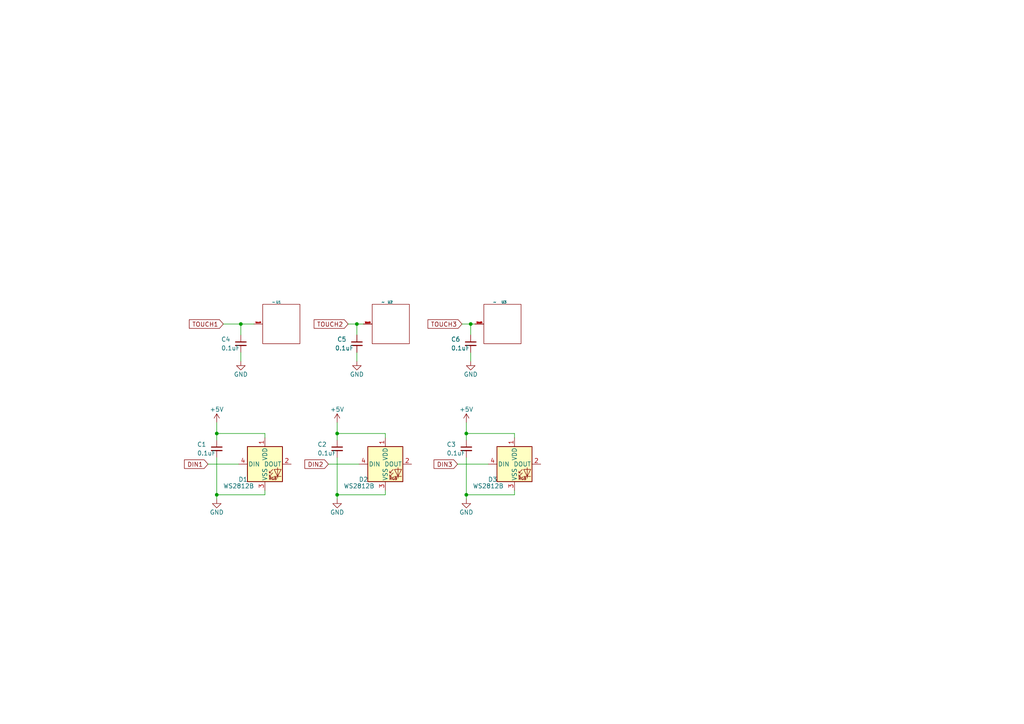
<source format=kicad_sch>
(kicad_sch (version 20230121) (generator eeschema)

  (uuid 557c8642-2428-429d-87bc-3a09f518cd85)

  (paper "A4")

  (lib_symbols
    (symbol "Device:C_Small" (pin_numbers hide) (pin_names (offset 0.254) hide) (in_bom yes) (on_board yes)
      (property "Reference" "C" (at 0.254 1.778 0)
        (effects (font (size 1.27 1.27)) (justify left))
      )
      (property "Value" "C_Small" (at 0.254 -2.032 0)
        (effects (font (size 1.27 1.27)) (justify left))
      )
      (property "Footprint" "" (at 0 0 0)
        (effects (font (size 1.27 1.27)) hide)
      )
      (property "Datasheet" "~" (at 0 0 0)
        (effects (font (size 1.27 1.27)) hide)
      )
      (property "ki_keywords" "capacitor cap" (at 0 0 0)
        (effects (font (size 1.27 1.27)) hide)
      )
      (property "ki_description" "Unpolarized capacitor, small symbol" (at 0 0 0)
        (effects (font (size 1.27 1.27)) hide)
      )
      (property "ki_fp_filters" "C_*" (at 0 0 0)
        (effects (font (size 1.27 1.27)) hide)
      )
      (symbol "C_Small_0_1"
        (polyline
          (pts
            (xy -1.524 -0.508)
            (xy 1.524 -0.508)
          )
          (stroke (width 0.3302) (type default))
          (fill (type none))
        )
        (polyline
          (pts
            (xy -1.524 0.508)
            (xy 1.524 0.508)
          )
          (stroke (width 0.3048) (type default))
          (fill (type none))
        )
      )
      (symbol "C_Small_1_1"
        (pin passive line (at 0 2.54 270) (length 2.032)
          (name "~" (effects (font (size 1.27 1.27))))
          (number "1" (effects (font (size 1.27 1.27))))
        )
        (pin passive line (at 0 -2.54 90) (length 2.032)
          (name "~" (effects (font (size 1.27 1.27))))
          (number "2" (effects (font (size 1.27 1.27))))
        )
      )
    )
    (symbol "LED:WS2812B" (pin_names (offset 0.254)) (in_bom yes) (on_board yes)
      (property "Reference" "D" (at 5.08 5.715 0)
        (effects (font (size 1.27 1.27)) (justify right bottom))
      )
      (property "Value" "WS2812B" (at 1.27 -5.715 0)
        (effects (font (size 1.27 1.27)) (justify left top))
      )
      (property "Footprint" "LED_SMD:LED_WS2812B_PLCC4_5.0x5.0mm_P3.2mm" (at 1.27 -7.62 0)
        (effects (font (size 1.27 1.27)) (justify left top) hide)
      )
      (property "Datasheet" "https://cdn-shop.adafruit.com/datasheets/WS2812B.pdf" (at 2.54 -9.525 0)
        (effects (font (size 1.27 1.27)) (justify left top) hide)
      )
      (property "ki_keywords" "RGB LED NeoPixel addressable" (at 0 0 0)
        (effects (font (size 1.27 1.27)) hide)
      )
      (property "ki_description" "RGB LED with integrated controller" (at 0 0 0)
        (effects (font (size 1.27 1.27)) hide)
      )
      (property "ki_fp_filters" "LED*WS2812*PLCC*5.0x5.0mm*P3.2mm*" (at 0 0 0)
        (effects (font (size 1.27 1.27)) hide)
      )
      (symbol "WS2812B_0_0"
        (text "RGB" (at 2.286 -4.191 0)
          (effects (font (size 0.762 0.762)))
        )
      )
      (symbol "WS2812B_0_1"
        (polyline
          (pts
            (xy 1.27 -3.556)
            (xy 1.778 -3.556)
          )
          (stroke (width 0) (type default))
          (fill (type none))
        )
        (polyline
          (pts
            (xy 1.27 -2.54)
            (xy 1.778 -2.54)
          )
          (stroke (width 0) (type default))
          (fill (type none))
        )
        (polyline
          (pts
            (xy 4.699 -3.556)
            (xy 2.667 -3.556)
          )
          (stroke (width 0) (type default))
          (fill (type none))
        )
        (polyline
          (pts
            (xy 2.286 -2.54)
            (xy 1.27 -3.556)
            (xy 1.27 -3.048)
          )
          (stroke (width 0) (type default))
          (fill (type none))
        )
        (polyline
          (pts
            (xy 2.286 -1.524)
            (xy 1.27 -2.54)
            (xy 1.27 -2.032)
          )
          (stroke (width 0) (type default))
          (fill (type none))
        )
        (polyline
          (pts
            (xy 3.683 -1.016)
            (xy 3.683 -3.556)
            (xy 3.683 -4.064)
          )
          (stroke (width 0) (type default))
          (fill (type none))
        )
        (polyline
          (pts
            (xy 4.699 -1.524)
            (xy 2.667 -1.524)
            (xy 3.683 -3.556)
            (xy 4.699 -1.524)
          )
          (stroke (width 0) (type default))
          (fill (type none))
        )
        (rectangle (start 5.08 5.08) (end -5.08 -5.08)
          (stroke (width 0.254) (type default))
          (fill (type background))
        )
      )
      (symbol "WS2812B_1_1"
        (pin power_in line (at 0 7.62 270) (length 2.54)
          (name "VDD" (effects (font (size 1.27 1.27))))
          (number "1" (effects (font (size 1.27 1.27))))
        )
        (pin output line (at 7.62 0 180) (length 2.54)
          (name "DOUT" (effects (font (size 1.27 1.27))))
          (number "2" (effects (font (size 1.27 1.27))))
        )
        (pin power_in line (at 0 -7.62 90) (length 2.54)
          (name "VSS" (effects (font (size 1.27 1.27))))
          (number "3" (effects (font (size 1.27 1.27))))
        )
        (pin input line (at -7.62 0 0) (length 2.54)
          (name "DIN" (effects (font (size 1.27 1.27))))
          (number "4" (effects (font (size 1.27 1.27))))
        )
      )
    )
    (symbol "power:+5V" (power) (pin_names (offset 0)) (in_bom yes) (on_board yes)
      (property "Reference" "#PWR" (at 0 -3.81 0)
        (effects (font (size 1.27 1.27)) hide)
      )
      (property "Value" "+5V" (at 0 3.556 0)
        (effects (font (size 1.27 1.27)))
      )
      (property "Footprint" "" (at 0 0 0)
        (effects (font (size 1.27 1.27)) hide)
      )
      (property "Datasheet" "" (at 0 0 0)
        (effects (font (size 1.27 1.27)) hide)
      )
      (property "ki_keywords" "power-flag" (at 0 0 0)
        (effects (font (size 1.27 1.27)) hide)
      )
      (property "ki_description" "Power symbol creates a global label with name \"+5V\"" (at 0 0 0)
        (effects (font (size 1.27 1.27)) hide)
      )
      (symbol "+5V_0_1"
        (polyline
          (pts
            (xy -0.762 1.27)
            (xy 0 2.54)
          )
          (stroke (width 0) (type default))
          (fill (type none))
        )
        (polyline
          (pts
            (xy 0 0)
            (xy 0 2.54)
          )
          (stroke (width 0) (type default))
          (fill (type none))
        )
        (polyline
          (pts
            (xy 0 2.54)
            (xy 0.762 1.27)
          )
          (stroke (width 0) (type default))
          (fill (type none))
        )
      )
      (symbol "+5V_1_1"
        (pin power_in line (at 0 0 90) (length 0) hide
          (name "+5V" (effects (font (size 1.27 1.27))))
          (number "1" (effects (font (size 1.27 1.27))))
        )
      )
    )
    (symbol "power:GND" (power) (pin_names (offset 0)) (in_bom yes) (on_board yes)
      (property "Reference" "#PWR" (at 0 -6.35 0)
        (effects (font (size 1.27 1.27)) hide)
      )
      (property "Value" "GND" (at 0 -3.81 0)
        (effects (font (size 1.27 1.27)))
      )
      (property "Footprint" "" (at 0 0 0)
        (effects (font (size 1.27 1.27)) hide)
      )
      (property "Datasheet" "" (at 0 0 0)
        (effects (font (size 1.27 1.27)) hide)
      )
      (property "ki_keywords" "power-flag" (at 0 0 0)
        (effects (font (size 1.27 1.27)) hide)
      )
      (property "ki_description" "Power symbol creates a global label with name \"GND\" , ground" (at 0 0 0)
        (effects (font (size 1.27 1.27)) hide)
      )
      (symbol "GND_0_1"
        (polyline
          (pts
            (xy 0 0)
            (xy 0 -1.27)
            (xy 1.27 -1.27)
            (xy 0 -2.54)
            (xy -1.27 -1.27)
            (xy 0 -1.27)
          )
          (stroke (width 0) (type default))
          (fill (type none))
        )
      )
      (symbol "GND_1_1"
        (pin power_in line (at 0 0 270) (length 0) hide
          (name "GND" (effects (font (size 1.27 1.27))))
          (number "1" (effects (font (size 1.27 1.27))))
        )
      )
    )
    (symbol "touch:touch" (in_bom yes) (on_board yes)
      (property "Reference" "U1" (at 1.905 0.635 0)
        (effects (font (size 0.7 0.7)) (justify left))
      )
      (property "Value" "~" (at 1.27 0.635 0)
        (effects (font (size 1.27 1.27)))
      )
      (property "Footprint" "" (at 0 0 0)
        (effects (font (size 1.27 1.27)) hide)
      )
      (property "Datasheet" "" (at 0 0 0)
        (effects (font (size 1.27 1.27)) hide)
      )
      (symbol "touch_0_1"
        (rectangle (start -1.905 0) (end 8.89 -11.43)
          (stroke (width 0) (type default))
          (fill (type none))
        )
      )
      (symbol "touch_1_1"
        (pin input line (at -4.445 -5.715 0) (length 2.54)
          (name "" (effects (font (size 0.4 0.4))))
          (number "touch" (effects (font (size 0.4 0.4))))
        )
      )
    )
  )

  (junction (at 103.505 93.98) (diameter 0) (color 0 0 0 0)
    (uuid 102c286f-3975-42f4-99bf-6356fd03bc99)
  )
  (junction (at 135.255 143.51) (diameter 0) (color 0 0 0 0)
    (uuid 20949e35-f8cc-4438-b8db-50d0f59a8b3f)
  )
  (junction (at 97.79 143.51) (diameter 0) (color 0 0 0 0)
    (uuid 4083b8fa-045a-496e-a4c3-ab52f528f0fb)
  )
  (junction (at 136.525 93.98) (diameter 0) (color 0 0 0 0)
    (uuid 4946db04-bc15-4743-980d-cc25da5cdf30)
  )
  (junction (at 135.255 125.73) (diameter 0) (color 0 0 0 0)
    (uuid 73ff301b-2f3a-497c-8bd9-32e107440e10)
  )
  (junction (at 97.79 125.73) (diameter 0) (color 0 0 0 0)
    (uuid ae97dd8e-b09a-4d78-9792-6e74c58621c6)
  )
  (junction (at 62.865 143.51) (diameter 0) (color 0 0 0 0)
    (uuid c7b58d26-7f85-453e-bd0a-834dd339dc4d)
  )
  (junction (at 62.865 125.73) (diameter 0) (color 0 0 0 0)
    (uuid d67ab6fd-6d46-4308-9c75-d7939b4239da)
  )
  (junction (at 69.85 93.98) (diameter 0) (color 0 0 0 0)
    (uuid d965352e-983a-4e12-bede-b850daa6d165)
  )

  (wire (pts (xy 135.255 143.51) (xy 149.225 143.51))
    (stroke (width 0) (type default))
    (uuid 0274c10a-e663-4cfa-acb4-a81002dc4a4c)
  )
  (wire (pts (xy 103.505 93.98) (xy 105.41 93.98))
    (stroke (width 0) (type default))
    (uuid 1bf84b20-cc02-4743-8c73-931aa13e12c8)
  )
  (wire (pts (xy 149.225 143.51) (xy 149.225 142.24))
    (stroke (width 0) (type default))
    (uuid 1e90325e-1eef-4230-87c9-1df2f9dd25dd)
  )
  (wire (pts (xy 97.79 125.73) (xy 111.76 125.73))
    (stroke (width 0) (type default))
    (uuid 29086617-34b6-4511-9276-cffd5523a969)
  )
  (wire (pts (xy 69.85 102.235) (xy 69.85 104.775))
    (stroke (width 0) (type default))
    (uuid 31c9f1ac-3308-4379-b4c1-fa4a2c999d8a)
  )
  (wire (pts (xy 97.79 122.555) (xy 97.79 125.73))
    (stroke (width 0) (type default))
    (uuid 39d03bb1-3f43-4f68-b443-525fa5ab35dc)
  )
  (wire (pts (xy 62.865 132.715) (xy 62.865 143.51))
    (stroke (width 0) (type default))
    (uuid 484a42d4-bad1-4140-a528-76ae0b22ef3a)
  )
  (wire (pts (xy 62.865 125.73) (xy 76.835 125.73))
    (stroke (width 0) (type default))
    (uuid 4e2726d9-98c8-4087-8f19-fb0dd19a2178)
  )
  (wire (pts (xy 136.525 102.235) (xy 136.525 104.775))
    (stroke (width 0) (type default))
    (uuid 4f1abf1c-2a47-403f-9388-b7b4da3de8a7)
  )
  (wire (pts (xy 111.76 125.73) (xy 111.76 127))
    (stroke (width 0) (type default))
    (uuid 50c99b61-e334-444e-8d10-aa82fb0e4840)
  )
  (wire (pts (xy 97.79 144.78) (xy 97.79 143.51))
    (stroke (width 0) (type default))
    (uuid 5153f862-db75-4dc4-82c9-79e225971cf6)
  )
  (wire (pts (xy 62.865 144.78) (xy 62.865 143.51))
    (stroke (width 0) (type default))
    (uuid 54af088a-4b78-477e-a679-ac7289dd14bf)
  )
  (wire (pts (xy 60.325 134.62) (xy 69.215 134.62))
    (stroke (width 0) (type default))
    (uuid 68d1f581-691b-4e40-a928-ac42beb33874)
  )
  (wire (pts (xy 62.865 122.555) (xy 62.865 125.73))
    (stroke (width 0) (type default))
    (uuid 6e21bf22-a9a8-4b0b-a7c9-3e85754a67a1)
  )
  (wire (pts (xy 64.77 93.98) (xy 69.85 93.98))
    (stroke (width 0) (type default))
    (uuid 703ae030-71d7-4675-9d12-0f7b86d1361b)
  )
  (wire (pts (xy 103.505 93.98) (xy 103.505 97.155))
    (stroke (width 0) (type default))
    (uuid 708f963e-9e1e-47d5-a8e4-c450cf22b03a)
  )
  (wire (pts (xy 132.715 134.62) (xy 141.605 134.62))
    (stroke (width 0) (type default))
    (uuid 70c63ca2-773e-4a07-be17-7602104a0e49)
  )
  (wire (pts (xy 95.25 134.62) (xy 104.14 134.62))
    (stroke (width 0) (type default))
    (uuid 72a30294-0c5e-4726-b7a0-4298903c80ee)
  )
  (wire (pts (xy 76.835 125.73) (xy 76.835 127))
    (stroke (width 0) (type default))
    (uuid 7ebe11e9-3e3b-4834-aaab-3fac2f8695a3)
  )
  (wire (pts (xy 135.255 122.555) (xy 135.255 125.73))
    (stroke (width 0) (type default))
    (uuid 7f062554-4812-40eb-9e44-dd3fb1225c6c)
  )
  (wire (pts (xy 135.255 144.78) (xy 135.255 143.51))
    (stroke (width 0) (type default))
    (uuid 83e83a26-41fa-4b7f-8691-e4692d79f7e2)
  )
  (wire (pts (xy 135.255 132.715) (xy 135.255 143.51))
    (stroke (width 0) (type default))
    (uuid 86fb168e-b139-4fcc-80b3-f07462db6b51)
  )
  (wire (pts (xy 97.79 143.51) (xy 111.76 143.51))
    (stroke (width 0) (type default))
    (uuid 88c99130-ccf0-4efd-baa4-50a0f708af6b)
  )
  (wire (pts (xy 133.985 93.98) (xy 136.525 93.98))
    (stroke (width 0) (type default))
    (uuid 8de2c30e-0c7b-4e18-ac81-5fa7e575837d)
  )
  (wire (pts (xy 62.865 143.51) (xy 76.835 143.51))
    (stroke (width 0) (type default))
    (uuid 90df6d0e-6b88-475a-af39-61ff8c943631)
  )
  (wire (pts (xy 149.225 125.73) (xy 149.225 127))
    (stroke (width 0) (type default))
    (uuid 93d65509-5387-4741-861b-4ff91884d622)
  )
  (wire (pts (xy 97.79 125.73) (xy 97.79 127.635))
    (stroke (width 0) (type default))
    (uuid 93f78302-a1af-47ac-906a-3e97242ef3a8)
  )
  (wire (pts (xy 100.965 93.98) (xy 103.505 93.98))
    (stroke (width 0) (type default))
    (uuid 960d4c5d-a5b2-44bd-b612-9c3ba30c8313)
  )
  (wire (pts (xy 136.525 93.98) (xy 136.525 97.155))
    (stroke (width 0) (type default))
    (uuid 9b63f175-1405-44fe-be38-7269fbb595c2)
  )
  (wire (pts (xy 103.505 102.235) (xy 103.505 104.775))
    (stroke (width 0) (type default))
    (uuid 9ba45c2b-8891-48e2-bd04-73c815ec734e)
  )
  (wire (pts (xy 111.76 143.51) (xy 111.76 142.24))
    (stroke (width 0) (type default))
    (uuid b3ab7380-e441-49de-8ab9-e3792ec279b2)
  )
  (wire (pts (xy 62.865 125.73) (xy 62.865 127.635))
    (stroke (width 0) (type default))
    (uuid c35200ab-246d-4389-a075-1272dd827d59)
  )
  (wire (pts (xy 69.85 93.98) (xy 73.66 93.98))
    (stroke (width 0) (type default))
    (uuid e5c034f4-ba71-48fd-9337-6cad33a7397c)
  )
  (wire (pts (xy 76.835 143.51) (xy 76.835 142.24))
    (stroke (width 0) (type default))
    (uuid e7d5c88b-ebf4-4762-aad5-70fda5365205)
  )
  (wire (pts (xy 135.255 125.73) (xy 135.255 127.635))
    (stroke (width 0) (type default))
    (uuid eff141e9-c560-4cb1-9948-a406baee9e4c)
  )
  (wire (pts (xy 136.525 93.98) (xy 137.795 93.98))
    (stroke (width 0) (type default))
    (uuid f34fe925-1ac6-4ee4-9ea8-d5a473d54bf2)
  )
  (wire (pts (xy 97.79 132.715) (xy 97.79 143.51))
    (stroke (width 0) (type default))
    (uuid f4fcd0e9-759e-4e59-b48d-b59e9c5273f7)
  )
  (wire (pts (xy 69.85 93.98) (xy 69.85 97.155))
    (stroke (width 0) (type default))
    (uuid f619dff7-a86d-46b6-8405-fe6b199a5d6b)
  )
  (wire (pts (xy 135.255 125.73) (xy 149.225 125.73))
    (stroke (width 0) (type default))
    (uuid fcb485fd-0c2b-419c-8fe5-c8a30b53c3a5)
  )

  (global_label "DIN2" (shape input) (at 95.25 134.62 180) (fields_autoplaced)
    (effects (font (size 1.27 1.27)) (justify right))
    (uuid 1b95cadb-1745-476b-a1a8-e6f7c74d4c50)
    (property "Intersheetrefs" "${INTERSHEET_REFS}" (at 87.9294 134.62 0)
      (effects (font (size 1.27 1.27)) (justify right) hide)
    )
  )
  (global_label "TOUCH2" (shape input) (at 100.965 93.98 180) (fields_autoplaced)
    (effects (font (size 1.27 1.27)) (justify right))
    (uuid 1f5a6617-01ce-40b0-b1a8-ab0b1b91a707)
    (property "Intersheetrefs" "${INTERSHEET_REFS}" (at 90.6206 93.98 0)
      (effects (font (size 1.27 1.27)) (justify right) hide)
    )
  )
  (global_label "TOUCH3" (shape input) (at 133.985 93.98 180) (fields_autoplaced)
    (effects (font (size 1.27 1.27)) (justify right))
    (uuid 3194b0dd-3f25-4704-abc4-bdaef9058ecd)
    (property "Intersheetrefs" "${INTERSHEET_REFS}" (at 123.6406 93.98 0)
      (effects (font (size 1.27 1.27)) (justify right) hide)
    )
  )
  (global_label "TOUCH1" (shape input) (at 64.77 93.98 180) (fields_autoplaced)
    (effects (font (size 1.27 1.27)) (justify right))
    (uuid 7a3e953b-68c6-4e3b-b282-788f75cb1870)
    (property "Intersheetrefs" "${INTERSHEET_REFS}" (at 54.4256 93.98 0)
      (effects (font (size 1.27 1.27)) (justify right) hide)
    )
  )
  (global_label "DIN3" (shape input) (at 132.715 134.62 180) (fields_autoplaced)
    (effects (font (size 1.27 1.27)) (justify right))
    (uuid 83f04e83-c7b7-4979-a364-20692a581f80)
    (property "Intersheetrefs" "${INTERSHEET_REFS}" (at 125.3944 134.62 0)
      (effects (font (size 1.27 1.27)) (justify right) hide)
    )
  )
  (global_label "DIN1" (shape input) (at 60.325 134.62 180) (fields_autoplaced)
    (effects (font (size 1.27 1.27)) (justify right))
    (uuid f8d0e3d3-0e68-4037-a0c1-6af3d25fb52d)
    (property "Intersheetrefs" "${INTERSHEET_REFS}" (at 53.0044 134.62 0)
      (effects (font (size 1.27 1.27)) (justify right) hide)
    )
  )

  (symbol (lib_id "power:GND") (at 97.79 144.78 0) (unit 1)
    (in_bom yes) (on_board yes) (dnp no)
    (uuid 0ed9be11-e288-4049-817f-d544bab8db57)
    (property "Reference" "#PWR04" (at 97.79 151.13 0)
      (effects (font (size 1.27 1.27)) hide)
    )
    (property "Value" "GND" (at 97.79 148.59 0)
      (effects (font (size 1.27 1.27)))
    )
    (property "Footprint" "" (at 97.79 144.78 0)
      (effects (font (size 1.27 1.27)) hide)
    )
    (property "Datasheet" "" (at 97.79 144.78 0)
      (effects (font (size 1.27 1.27)) hide)
    )
    (pin "1" (uuid 01898d79-3549-40a2-9934-450e4e058ad9))
    (instances
      (project "0009_Touch_Module_ESP32_PIN"
        (path "/557c8642-2428-429d-87bc-3a09f518cd85"
          (reference "#PWR04") (unit 1)
        )
      )
      (project "0003_RGB_Module_WS2812"
        (path "/99715b6e-d81f-417d-a5ed-a504ec927164"
          (reference "#PWR010") (unit 1)
        )
      )
      (project "0003_RGB_Module"
        (path "/c9cb7c53-2c66-4374-831d-7016d29a1e29"
          (reference "#PWR05") (unit 1)
        )
      )
    )
  )

  (symbol (lib_id "Device:C_Small") (at 135.255 130.175 0) (unit 1)
    (in_bom yes) (on_board yes) (dnp no)
    (uuid 204a65c0-37af-4296-9129-e7bb96a9ee76)
    (property "Reference" "C3" (at 129.54 128.905 0)
      (effects (font (size 1.27 1.27)) (justify left))
    )
    (property "Value" "0.1uF" (at 129.54 131.445 0)
      (effects (font (size 1.27 1.27)) (justify left))
    )
    (property "Footprint" "" (at 135.255 130.175 0)
      (effects (font (size 1.27 1.27)) hide)
    )
    (property "Datasheet" "~" (at 135.255 130.175 0)
      (effects (font (size 1.27 1.27)) hide)
    )
    (pin "1" (uuid b1fb5d79-b47d-4a61-88e9-77332c2c0b65))
    (pin "2" (uuid 600ac98a-9942-4eef-b268-58563c1833ac))
    (instances
      (project "0009_Touch_Module_ESP32_PIN"
        (path "/557c8642-2428-429d-87bc-3a09f518cd85"
          (reference "C3") (unit 1)
        )
      )
      (project "0003_RGB_Module_WS2812"
        (path "/99715b6e-d81f-417d-a5ed-a504ec927164"
          (reference "C5") (unit 1)
        )
      )
      (project "0003_RGB_Module"
        (path "/c9cb7c53-2c66-4374-831d-7016d29a1e29"
          (reference "C4") (unit 1)
        )
      )
    )
  )

  (symbol (lib_id "Device:C_Small") (at 136.525 99.695 0) (unit 1)
    (in_bom yes) (on_board yes) (dnp no)
    (uuid 324c7538-488b-408c-9ab9-1dfab6c04d1c)
    (property "Reference" "C6" (at 130.81 98.425 0)
      (effects (font (size 1.27 1.27)) (justify left))
    )
    (property "Value" "0.1uF" (at 130.81 100.965 0)
      (effects (font (size 1.27 1.27)) (justify left))
    )
    (property "Footprint" "" (at 136.525 99.695 0)
      (effects (font (size 1.27 1.27)) hide)
    )
    (property "Datasheet" "~" (at 136.525 99.695 0)
      (effects (font (size 1.27 1.27)) hide)
    )
    (pin "1" (uuid 257c6ba6-5926-4550-a072-5d4eae804208))
    (pin "2" (uuid 98aee365-4603-43cb-aa5a-74d79ec7a45b))
    (instances
      (project "0009_Touch_Module_ESP32_PIN"
        (path "/557c8642-2428-429d-87bc-3a09f518cd85"
          (reference "C6") (unit 1)
        )
      )
      (project "0003_RGB_Module_WS2812"
        (path "/99715b6e-d81f-417d-a5ed-a504ec927164"
          (reference "C5") (unit 1)
        )
      )
      (project "0003_RGB_Module"
        (path "/c9cb7c53-2c66-4374-831d-7016d29a1e29"
          (reference "C4") (unit 1)
        )
      )
    )
  )

  (symbol (lib_id "touch:touch") (at 78.105 88.265 0) (unit 1)
    (in_bom yes) (on_board yes) (dnp no)
    (uuid 40a5ddd9-7a9c-4366-b480-b3a7dfbed289)
    (property "Reference" "U1" (at 80.01 87.63 0)
      (effects (font (size 0.7 0.7)) (justify left))
    )
    (property "Value" "~" (at 79.375 87.63 0)
      (effects (font (size 1.27 1.27)))
    )
    (property "Footprint" "" (at 78.105 88.265 0)
      (effects (font (size 1.27 1.27)) hide)
    )
    (property "Datasheet" "" (at 78.105 88.265 0)
      (effects (font (size 1.27 1.27)) hide)
    )
    (pin "touch" (uuid 30334b28-0eaa-498d-8a46-281aaabdf308))
    (instances
      (project "0009_Touch_Module_ESP32_PIN"
        (path "/557c8642-2428-429d-87bc-3a09f518cd85"
          (reference "U1") (unit 1)
        )
      )
    )
  )

  (symbol (lib_id "LED:WS2812B") (at 149.225 134.62 0) (unit 1)
    (in_bom yes) (on_board yes) (dnp no)
    (uuid 42dca7a1-5e03-4aa6-adb5-6305406bf0f9)
    (property "Reference" "D3" (at 142.875 139.065 0)
      (effects (font (size 1.27 1.27)))
    )
    (property "Value" "WS2812B" (at 141.605 140.97 0)
      (effects (font (size 1.27 1.27)))
    )
    (property "Footprint" "LED_SMD:LED_WS2812B_PLCC4_5.0x5.0mm_P3.2mm" (at 150.495 142.24 0)
      (effects (font (size 1.27 1.27)) (justify left top) hide)
    )
    (property "Datasheet" "https://cdn-shop.adafruit.com/datasheets/WS2812B.pdf" (at 151.765 144.145 0)
      (effects (font (size 1.27 1.27)) (justify left top) hide)
    )
    (pin "1" (uuid f1d352fa-7004-40ff-99b3-97b4522e96ac))
    (pin "2" (uuid 89acb258-32f8-492f-bcca-6ed1bf2f9fe8))
    (pin "3" (uuid 3e83fa2c-9dca-45f5-aef1-2e935b9a6b7d))
    (pin "4" (uuid bace03fd-587d-4d89-9173-5763d01f6bbc))
    (instances
      (project "0009_Touch_Module_ESP32_PIN"
        (path "/557c8642-2428-429d-87bc-3a09f518cd85"
          (reference "D3") (unit 1)
        )
      )
      (project "0003_RGB_Module_WS2812"
        (path "/99715b6e-d81f-417d-a5ed-a504ec927164"
          (reference "D2") (unit 1)
        )
      )
      (project "0003_RGB_Module"
        (path "/c9cb7c53-2c66-4374-831d-7016d29a1e29"
          (reference "D4") (unit 1)
        )
      )
    )
  )

  (symbol (lib_id "touch:touch") (at 142.24 88.265 0) (unit 1)
    (in_bom yes) (on_board yes) (dnp no)
    (uuid 484f7f8d-494d-45a3-ad4a-a3884d830c06)
    (property "Reference" "U3" (at 145.415 87.63 0)
      (effects (font (size 0.7 0.7)) (justify left))
    )
    (property "Value" "~" (at 143.51 87.63 0)
      (effects (font (size 1.27 1.27)))
    )
    (property "Footprint" "" (at 142.24 88.265 0)
      (effects (font (size 1.27 1.27)) hide)
    )
    (property "Datasheet" "" (at 142.24 88.265 0)
      (effects (font (size 1.27 1.27)) hide)
    )
    (pin "touch" (uuid f970523d-adff-457d-8603-cdf326773634))
    (instances
      (project "0009_Touch_Module_ESP32_PIN"
        (path "/557c8642-2428-429d-87bc-3a09f518cd85"
          (reference "U3") (unit 1)
        )
      )
    )
  )

  (symbol (lib_id "power:+5V") (at 97.79 122.555 0) (unit 1)
    (in_bom yes) (on_board yes) (dnp no)
    (uuid 4f7b09ca-373e-4a0a-bed0-fc91cc374b21)
    (property "Reference" "#PWR03" (at 97.79 126.365 0)
      (effects (font (size 1.27 1.27)) hide)
    )
    (property "Value" "+5V" (at 97.79 118.745 0)
      (effects (font (size 1.27 1.27)))
    )
    (property "Footprint" "" (at 97.79 122.555 0)
      (effects (font (size 1.27 1.27)) hide)
    )
    (property "Datasheet" "" (at 97.79 122.555 0)
      (effects (font (size 1.27 1.27)) hide)
    )
    (pin "1" (uuid 0eb7ec1b-313f-4259-88df-99f79f9bca0a))
    (instances
      (project "0009_Touch_Module_ESP32_PIN"
        (path "/557c8642-2428-429d-87bc-3a09f518cd85"
          (reference "#PWR03") (unit 1)
        )
      )
      (project "0003_RGB_Module_WS2812"
        (path "/99715b6e-d81f-417d-a5ed-a504ec927164"
          (reference "#PWR09") (unit 1)
        )
      )
      (project "0003_RGB_Module"
        (path "/c9cb7c53-2c66-4374-831d-7016d29a1e29"
          (reference "#PWR04") (unit 1)
        )
      )
    )
  )

  (symbol (lib_id "power:+5V") (at 135.255 122.555 0) (unit 1)
    (in_bom yes) (on_board yes) (dnp no)
    (uuid 5e7d5123-077d-419c-bcf0-9ec821a99014)
    (property "Reference" "#PWR05" (at 135.255 126.365 0)
      (effects (font (size 1.27 1.27)) hide)
    )
    (property "Value" "+5V" (at 135.255 118.745 0)
      (effects (font (size 1.27 1.27)))
    )
    (property "Footprint" "" (at 135.255 122.555 0)
      (effects (font (size 1.27 1.27)) hide)
    )
    (property "Datasheet" "" (at 135.255 122.555 0)
      (effects (font (size 1.27 1.27)) hide)
    )
    (pin "1" (uuid bcc7ec40-6411-4aaf-bc97-0a43b23584f3))
    (instances
      (project "0009_Touch_Module_ESP32_PIN"
        (path "/557c8642-2428-429d-87bc-3a09f518cd85"
          (reference "#PWR05") (unit 1)
        )
      )
      (project "0003_RGB_Module_WS2812"
        (path "/99715b6e-d81f-417d-a5ed-a504ec927164"
          (reference "#PWR09") (unit 1)
        )
      )
      (project "0003_RGB_Module"
        (path "/c9cb7c53-2c66-4374-831d-7016d29a1e29"
          (reference "#PWR04") (unit 1)
        )
      )
    )
  )

  (symbol (lib_id "Device:C_Small") (at 103.505 99.695 0) (unit 1)
    (in_bom yes) (on_board yes) (dnp no)
    (uuid 6afe452a-2b43-4a70-a3ae-c7851fd02731)
    (property "Reference" "C5" (at 97.79 98.425 0)
      (effects (font (size 1.27 1.27)) (justify left))
    )
    (property "Value" "0.1uF" (at 97.155 100.965 0)
      (effects (font (size 1.27 1.27)) (justify left))
    )
    (property "Footprint" "" (at 103.505 99.695 0)
      (effects (font (size 1.27 1.27)) hide)
    )
    (property "Datasheet" "~" (at 103.505 99.695 0)
      (effects (font (size 1.27 1.27)) hide)
    )
    (pin "1" (uuid bf13df8f-ff29-43cb-af3e-c8d4c067688e))
    (pin "2" (uuid fe178159-9358-4883-8565-7bac7d81e5d9))
    (instances
      (project "0009_Touch_Module_ESP32_PIN"
        (path "/557c8642-2428-429d-87bc-3a09f518cd85"
          (reference "C5") (unit 1)
        )
      )
      (project "0003_RGB_Module_WS2812"
        (path "/99715b6e-d81f-417d-a5ed-a504ec927164"
          (reference "C5") (unit 1)
        )
      )
      (project "0003_RGB_Module"
        (path "/c9cb7c53-2c66-4374-831d-7016d29a1e29"
          (reference "C4") (unit 1)
        )
      )
    )
  )

  (symbol (lib_id "power:GND") (at 62.865 144.78 0) (unit 1)
    (in_bom yes) (on_board yes) (dnp no)
    (uuid 6e16bae6-f87c-4864-ac25-3039823225da)
    (property "Reference" "#PWR02" (at 62.865 151.13 0)
      (effects (font (size 1.27 1.27)) hide)
    )
    (property "Value" "GND" (at 62.865 148.59 0)
      (effects (font (size 1.27 1.27)))
    )
    (property "Footprint" "" (at 62.865 144.78 0)
      (effects (font (size 1.27 1.27)) hide)
    )
    (property "Datasheet" "" (at 62.865 144.78 0)
      (effects (font (size 1.27 1.27)) hide)
    )
    (pin "1" (uuid def6f838-b2e5-4c45-8557-3c369f393408))
    (instances
      (project "0009_Touch_Module_ESP32_PIN"
        (path "/557c8642-2428-429d-87bc-3a09f518cd85"
          (reference "#PWR02") (unit 1)
        )
      )
      (project "0003_RGB_Module_WS2812"
        (path "/99715b6e-d81f-417d-a5ed-a504ec927164"
          (reference "#PWR010") (unit 1)
        )
      )
      (project "0003_RGB_Module"
        (path "/c9cb7c53-2c66-4374-831d-7016d29a1e29"
          (reference "#PWR05") (unit 1)
        )
      )
    )
  )

  (symbol (lib_id "power:GND") (at 103.505 104.775 0) (unit 1)
    (in_bom yes) (on_board yes) (dnp no)
    (uuid 7b0eeda0-0b1c-4929-bb26-4e705f287073)
    (property "Reference" "#PWR08" (at 103.505 111.125 0)
      (effects (font (size 1.27 1.27)) hide)
    )
    (property "Value" "GND" (at 103.505 108.585 0)
      (effects (font (size 1.27 1.27)))
    )
    (property "Footprint" "" (at 103.505 104.775 0)
      (effects (font (size 1.27 1.27)) hide)
    )
    (property "Datasheet" "" (at 103.505 104.775 0)
      (effects (font (size 1.27 1.27)) hide)
    )
    (pin "1" (uuid 340807c4-462c-4753-b0d6-a3a573d70fc1))
    (instances
      (project "0009_Touch_Module_ESP32_PIN"
        (path "/557c8642-2428-429d-87bc-3a09f518cd85"
          (reference "#PWR08") (unit 1)
        )
      )
      (project "0003_RGB_Module_WS2812"
        (path "/99715b6e-d81f-417d-a5ed-a504ec927164"
          (reference "#PWR010") (unit 1)
        )
      )
      (project "0003_RGB_Module"
        (path "/c9cb7c53-2c66-4374-831d-7016d29a1e29"
          (reference "#PWR05") (unit 1)
        )
      )
    )
  )

  (symbol (lib_id "Device:C_Small") (at 62.865 130.175 0) (unit 1)
    (in_bom yes) (on_board yes) (dnp no)
    (uuid a1d07142-f4e0-4c65-b64f-39cc4c20398d)
    (property "Reference" "C1" (at 57.15 128.905 0)
      (effects (font (size 1.27 1.27)) (justify left))
    )
    (property "Value" "0.1uF" (at 57.15 131.445 0)
      (effects (font (size 1.27 1.27)) (justify left))
    )
    (property "Footprint" "" (at 62.865 130.175 0)
      (effects (font (size 1.27 1.27)) hide)
    )
    (property "Datasheet" "~" (at 62.865 130.175 0)
      (effects (font (size 1.27 1.27)) hide)
    )
    (pin "1" (uuid a8edc8c8-83f9-41fa-8757-807ff06bd39d))
    (pin "2" (uuid 8bef7491-3d8f-4fa3-a024-5345e8bafa4f))
    (instances
      (project "0009_Touch_Module_ESP32_PIN"
        (path "/557c8642-2428-429d-87bc-3a09f518cd85"
          (reference "C1") (unit 1)
        )
      )
      (project "0003_RGB_Module_WS2812"
        (path "/99715b6e-d81f-417d-a5ed-a504ec927164"
          (reference "C5") (unit 1)
        )
      )
      (project "0003_RGB_Module"
        (path "/c9cb7c53-2c66-4374-831d-7016d29a1e29"
          (reference "C4") (unit 1)
        )
      )
    )
  )

  (symbol (lib_id "power:GND") (at 136.525 104.775 0) (unit 1)
    (in_bom yes) (on_board yes) (dnp no)
    (uuid a2af80cc-b187-4fcd-b788-1fa8990d57d7)
    (property "Reference" "#PWR09" (at 136.525 111.125 0)
      (effects (font (size 1.27 1.27)) hide)
    )
    (property "Value" "GND" (at 136.525 108.585 0)
      (effects (font (size 1.27 1.27)))
    )
    (property "Footprint" "" (at 136.525 104.775 0)
      (effects (font (size 1.27 1.27)) hide)
    )
    (property "Datasheet" "" (at 136.525 104.775 0)
      (effects (font (size 1.27 1.27)) hide)
    )
    (pin "1" (uuid 8adeeec7-e292-4874-9523-b4ea3be4fb38))
    (instances
      (project "0009_Touch_Module_ESP32_PIN"
        (path "/557c8642-2428-429d-87bc-3a09f518cd85"
          (reference "#PWR09") (unit 1)
        )
      )
      (project "0003_RGB_Module_WS2812"
        (path "/99715b6e-d81f-417d-a5ed-a504ec927164"
          (reference "#PWR010") (unit 1)
        )
      )
      (project "0003_RGB_Module"
        (path "/c9cb7c53-2c66-4374-831d-7016d29a1e29"
          (reference "#PWR05") (unit 1)
        )
      )
    )
  )

  (symbol (lib_id "touch:touch") (at 109.855 88.265 0) (unit 1)
    (in_bom yes) (on_board yes) (dnp no)
    (uuid a78a2e26-0e6d-419a-b434-cbf1dbed7c3a)
    (property "Reference" "U2" (at 112.395 87.63 0)
      (effects (font (size 0.7 0.7)) (justify left))
    )
    (property "Value" "~" (at 111.125 87.63 0)
      (effects (font (size 1.27 1.27)))
    )
    (property "Footprint" "" (at 109.855 88.265 0)
      (effects (font (size 1.27 1.27)) hide)
    )
    (property "Datasheet" "" (at 109.855 88.265 0)
      (effects (font (size 1.27 1.27)) hide)
    )
    (pin "touch" (uuid e02c515a-c764-459b-989a-4d231ebae6c7))
    (instances
      (project "0009_Touch_Module_ESP32_PIN"
        (path "/557c8642-2428-429d-87bc-3a09f518cd85"
          (reference "U2") (unit 1)
        )
      )
    )
  )

  (symbol (lib_id "power:GND") (at 69.85 104.775 0) (unit 1)
    (in_bom yes) (on_board yes) (dnp no)
    (uuid a8078836-d122-4fa8-8599-889fef5d4b29)
    (property "Reference" "#PWR07" (at 69.85 111.125 0)
      (effects (font (size 1.27 1.27)) hide)
    )
    (property "Value" "GND" (at 69.85 108.585 0)
      (effects (font (size 1.27 1.27)))
    )
    (property "Footprint" "" (at 69.85 104.775 0)
      (effects (font (size 1.27 1.27)) hide)
    )
    (property "Datasheet" "" (at 69.85 104.775 0)
      (effects (font (size 1.27 1.27)) hide)
    )
    (pin "1" (uuid bed3db2e-d91d-4911-a094-faeaa1239609))
    (instances
      (project "0009_Touch_Module_ESP32_PIN"
        (path "/557c8642-2428-429d-87bc-3a09f518cd85"
          (reference "#PWR07") (unit 1)
        )
      )
      (project "0003_RGB_Module_WS2812"
        (path "/99715b6e-d81f-417d-a5ed-a504ec927164"
          (reference "#PWR010") (unit 1)
        )
      )
      (project "0003_RGB_Module"
        (path "/c9cb7c53-2c66-4374-831d-7016d29a1e29"
          (reference "#PWR05") (unit 1)
        )
      )
    )
  )

  (symbol (lib_id "LED:WS2812B") (at 76.835 134.62 0) (unit 1)
    (in_bom yes) (on_board yes) (dnp no)
    (uuid aead297b-6f51-4c2f-9823-1ce6743f4c99)
    (property "Reference" "D1" (at 70.485 139.065 0)
      (effects (font (size 1.27 1.27)))
    )
    (property "Value" "WS2812B" (at 69.215 140.97 0)
      (effects (font (size 1.27 1.27)))
    )
    (property "Footprint" "LED_SMD:LED_WS2812B_PLCC4_5.0x5.0mm_P3.2mm" (at 78.105 142.24 0)
      (effects (font (size 1.27 1.27)) (justify left top) hide)
    )
    (property "Datasheet" "https://cdn-shop.adafruit.com/datasheets/WS2812B.pdf" (at 79.375 144.145 0)
      (effects (font (size 1.27 1.27)) (justify left top) hide)
    )
    (pin "1" (uuid c8a7d10d-cf3f-4310-9a27-3b021575d0bf))
    (pin "2" (uuid 5c1b07e2-a1bf-4f73-81f3-3db80f83e47e))
    (pin "3" (uuid 92f0e1b3-3761-42d3-9da5-6f9b8359b9e2))
    (pin "4" (uuid 07dae6d5-99ff-47a4-a6c4-d2234fecdd37))
    (instances
      (project "0009_Touch_Module_ESP32_PIN"
        (path "/557c8642-2428-429d-87bc-3a09f518cd85"
          (reference "D1") (unit 1)
        )
      )
      (project "0003_RGB_Module_WS2812"
        (path "/99715b6e-d81f-417d-a5ed-a504ec927164"
          (reference "D2") (unit 1)
        )
      )
      (project "0003_RGB_Module"
        (path "/c9cb7c53-2c66-4374-831d-7016d29a1e29"
          (reference "D4") (unit 1)
        )
      )
    )
  )

  (symbol (lib_id "power:GND") (at 135.255 144.78 0) (unit 1)
    (in_bom yes) (on_board yes) (dnp no)
    (uuid aeb7ee8e-c2a5-4cc4-a639-ee42ff921fed)
    (property "Reference" "#PWR06" (at 135.255 151.13 0)
      (effects (font (size 1.27 1.27)) hide)
    )
    (property "Value" "GND" (at 135.255 148.59 0)
      (effects (font (size 1.27 1.27)))
    )
    (property "Footprint" "" (at 135.255 144.78 0)
      (effects (font (size 1.27 1.27)) hide)
    )
    (property "Datasheet" "" (at 135.255 144.78 0)
      (effects (font (size 1.27 1.27)) hide)
    )
    (pin "1" (uuid 349f0357-c3de-40c3-8089-2a0055100b11))
    (instances
      (project "0009_Touch_Module_ESP32_PIN"
        (path "/557c8642-2428-429d-87bc-3a09f518cd85"
          (reference "#PWR06") (unit 1)
        )
      )
      (project "0003_RGB_Module_WS2812"
        (path "/99715b6e-d81f-417d-a5ed-a504ec927164"
          (reference "#PWR010") (unit 1)
        )
      )
      (project "0003_RGB_Module"
        (path "/c9cb7c53-2c66-4374-831d-7016d29a1e29"
          (reference "#PWR05") (unit 1)
        )
      )
    )
  )

  (symbol (lib_id "power:+5V") (at 62.865 122.555 0) (unit 1)
    (in_bom yes) (on_board yes) (dnp no)
    (uuid bec45764-a36e-4489-940f-fefa55916633)
    (property "Reference" "#PWR01" (at 62.865 126.365 0)
      (effects (font (size 1.27 1.27)) hide)
    )
    (property "Value" "+5V" (at 62.865 118.745 0)
      (effects (font (size 1.27 1.27)))
    )
    (property "Footprint" "" (at 62.865 122.555 0)
      (effects (font (size 1.27 1.27)) hide)
    )
    (property "Datasheet" "" (at 62.865 122.555 0)
      (effects (font (size 1.27 1.27)) hide)
    )
    (pin "1" (uuid 64dcea3b-3e34-4bfd-a674-d08d9920fb83))
    (instances
      (project "0009_Touch_Module_ESP32_PIN"
        (path "/557c8642-2428-429d-87bc-3a09f518cd85"
          (reference "#PWR01") (unit 1)
        )
      )
      (project "0003_RGB_Module_WS2812"
        (path "/99715b6e-d81f-417d-a5ed-a504ec927164"
          (reference "#PWR09") (unit 1)
        )
      )
      (project "0003_RGB_Module"
        (path "/c9cb7c53-2c66-4374-831d-7016d29a1e29"
          (reference "#PWR04") (unit 1)
        )
      )
    )
  )

  (symbol (lib_id "Device:C_Small") (at 69.85 99.695 0) (unit 1)
    (in_bom yes) (on_board yes) (dnp no)
    (uuid bf12a737-2326-496e-9be1-ea197c76301f)
    (property "Reference" "C4" (at 64.135 98.425 0)
      (effects (font (size 1.27 1.27)) (justify left))
    )
    (property "Value" "0.1uF" (at 64.135 100.965 0)
      (effects (font (size 1.27 1.27)) (justify left))
    )
    (property "Footprint" "" (at 69.85 99.695 0)
      (effects (font (size 1.27 1.27)) hide)
    )
    (property "Datasheet" "~" (at 69.85 99.695 0)
      (effects (font (size 1.27 1.27)) hide)
    )
    (pin "1" (uuid cb8d503f-d5f4-4af9-83a2-174c6c7fe5af))
    (pin "2" (uuid 9b73a267-2e47-4436-8cfe-35ac93ef9448))
    (instances
      (project "0009_Touch_Module_ESP32_PIN"
        (path "/557c8642-2428-429d-87bc-3a09f518cd85"
          (reference "C4") (unit 1)
        )
      )
      (project "0003_RGB_Module_WS2812"
        (path "/99715b6e-d81f-417d-a5ed-a504ec927164"
          (reference "C5") (unit 1)
        )
      )
      (project "0003_RGB_Module"
        (path "/c9cb7c53-2c66-4374-831d-7016d29a1e29"
          (reference "C4") (unit 1)
        )
      )
    )
  )

  (symbol (lib_id "Device:C_Small") (at 97.79 130.175 0) (unit 1)
    (in_bom yes) (on_board yes) (dnp no)
    (uuid c60cc6e5-915d-45db-823d-cfe1ef0f96e2)
    (property "Reference" "C2" (at 92.075 128.905 0)
      (effects (font (size 1.27 1.27)) (justify left))
    )
    (property "Value" "0.1uF" (at 92.075 131.445 0)
      (effects (font (size 1.27 1.27)) (justify left))
    )
    (property "Footprint" "" (at 97.79 130.175 0)
      (effects (font (size 1.27 1.27)) hide)
    )
    (property "Datasheet" "~" (at 97.79 130.175 0)
      (effects (font (size 1.27 1.27)) hide)
    )
    (pin "1" (uuid b9ee421d-482e-4cfd-adf0-fe45429994c7))
    (pin "2" (uuid 21ef1b19-d4f3-4920-99b7-707d380c096e))
    (instances
      (project "0009_Touch_Module_ESP32_PIN"
        (path "/557c8642-2428-429d-87bc-3a09f518cd85"
          (reference "C2") (unit 1)
        )
      )
      (project "0003_RGB_Module_WS2812"
        (path "/99715b6e-d81f-417d-a5ed-a504ec927164"
          (reference "C5") (unit 1)
        )
      )
      (project "0003_RGB_Module"
        (path "/c9cb7c53-2c66-4374-831d-7016d29a1e29"
          (reference "C4") (unit 1)
        )
      )
    )
  )

  (symbol (lib_id "LED:WS2812B") (at 111.76 134.62 0) (unit 1)
    (in_bom yes) (on_board yes) (dnp no)
    (uuid e80593f6-a8a9-4985-8794-0ab33d9a8782)
    (property "Reference" "D2" (at 105.41 139.065 0)
      (effects (font (size 1.27 1.27)))
    )
    (property "Value" "WS2812B" (at 104.14 140.97 0)
      (effects (font (size 1.27 1.27)))
    )
    (property "Footprint" "LED_SMD:LED_WS2812B_PLCC4_5.0x5.0mm_P3.2mm" (at 113.03 142.24 0)
      (effects (font (size 1.27 1.27)) (justify left top) hide)
    )
    (property "Datasheet" "https://cdn-shop.adafruit.com/datasheets/WS2812B.pdf" (at 114.3 144.145 0)
      (effects (font (size 1.27 1.27)) (justify left top) hide)
    )
    (pin "1" (uuid 7f22edaf-2db8-4cd0-a41a-899e68f2efc1))
    (pin "2" (uuid e1303703-7d0b-47a3-8ded-e0f1cdd94fed))
    (pin "3" (uuid e0ef67bd-fe3f-418c-9959-3b6fec4eb41b))
    (pin "4" (uuid 48d1f2c7-1bfe-4f73-8227-8f96743b38a9))
    (instances
      (project "0009_Touch_Module_ESP32_PIN"
        (path "/557c8642-2428-429d-87bc-3a09f518cd85"
          (reference "D2") (unit 1)
        )
      )
      (project "0003_RGB_Module_WS2812"
        (path "/99715b6e-d81f-417d-a5ed-a504ec927164"
          (reference "D2") (unit 1)
        )
      )
      (project "0003_RGB_Module"
        (path "/c9cb7c53-2c66-4374-831d-7016d29a1e29"
          (reference "D4") (unit 1)
        )
      )
    )
  )

  (sheet_instances
    (path "/" (page "1"))
  )
)

</source>
